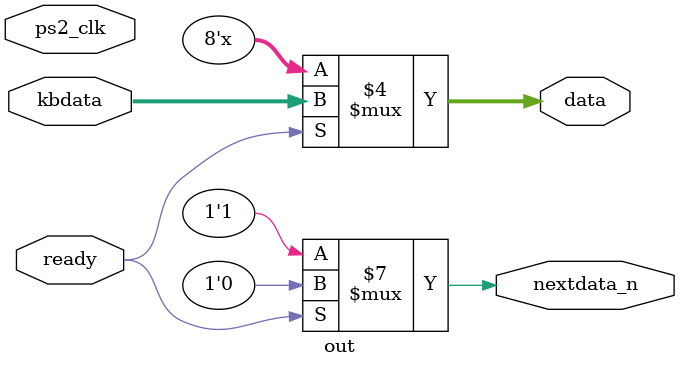
<source format=v>
module out(kbdata,ps2_clk,ready,data,nextdata_n);
	input [7:0] kbdata;
	input ps2_clk,ready;
	output reg [7:0] data;
	output reg nextdata_n;
	
	
	initial 
	begin
		nextdata_n<=1;	
		data<=8'b00000000; 
	end
	
	always @(ps2_clk)
	begin
		if(ready)
		begin
			nextdata_n<=0;
			data<=kbdata;
		end
		else
		begin
			nextdata_n<=1;		
		end
	end

endmodule
</source>
